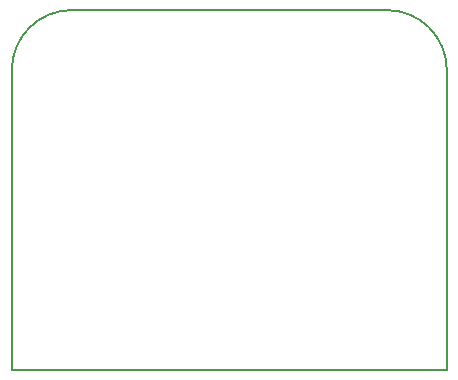
<source format=gm1>
%TF.GenerationSoftware,KiCad,Pcbnew,(5.0.0-rc2-dev-720-g9704891c8)*%
%TF.CreationDate,2018-06-11T17:03:39-04:00*%
%TF.ProjectId,LatchRelay,4C6174636852656C61792E6B69636164,rev?*%
%TF.SameCoordinates,Original*%
%TF.FileFunction,Profile,NP*%
%FSLAX46Y46*%
G04 Gerber Fmt 4.6, Leading zero omitted, Abs format (unit mm)*
G04 Created by KiCad (PCBNEW (5.0.0-rc2-dev-720-g9704891c8)) date Mon Jun 11 17:03:39 2018*
%MOMM*%
%LPD*%
G01*
G04 APERTURE LIST*
%ADD10C,0.150000*%
G04 APERTURE END LIST*
D10*
X161290000Y-68580000D02*
X161290000Y-93980000D01*
X124460000Y-68580000D02*
X124460000Y-93980000D01*
X156210000Y-63500000D02*
X129540000Y-63500000D01*
X161290000Y-68580000D02*
G75*
G03X156210000Y-63500000I-5080000J0D01*
G01*
X129540000Y-63500000D02*
G75*
G03X124460000Y-68580000I0J-5080000D01*
G01*
X124460000Y-93980000D02*
X161290000Y-93980000D01*
M02*

</source>
